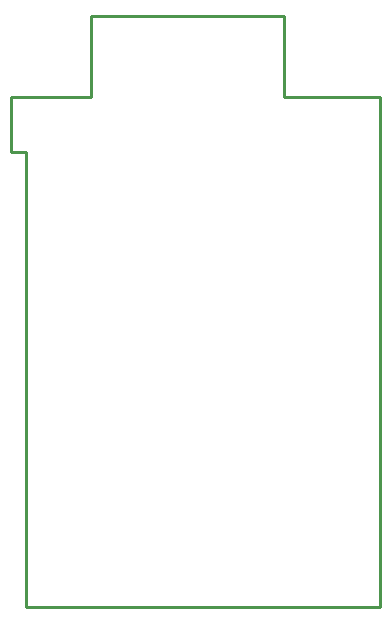
<source format=gm1>
G04 Layer_Color=16711935*
%FSLAX24Y24*%
%MOIN*%
G70*
G01*
G75*
%ADD15C,0.0100*%
D15*
X45669Y11024D02*
Y26181D01*
X45177D02*
X45669D01*
X45177D02*
Y28000D01*
X45669D01*
X55700D02*
X57480D01*
X47850Y30709D02*
X54300D01*
X47850Y28000D02*
Y30709D01*
X47300Y28000D02*
X47850D01*
X54300D02*
Y30709D01*
Y28000D02*
X55700D01*
X45669D02*
X47300D01*
X45669Y11024D02*
X57480D01*
Y28000D01*
M02*

</source>
